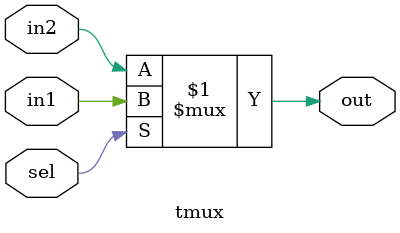
<source format=v>
`timescale 1ns / 1ps


module tmux(
    input in1, in2,
    input sel,
    output out
    );

    assign out = sel ? in1 : in2;
endmodule

</source>
